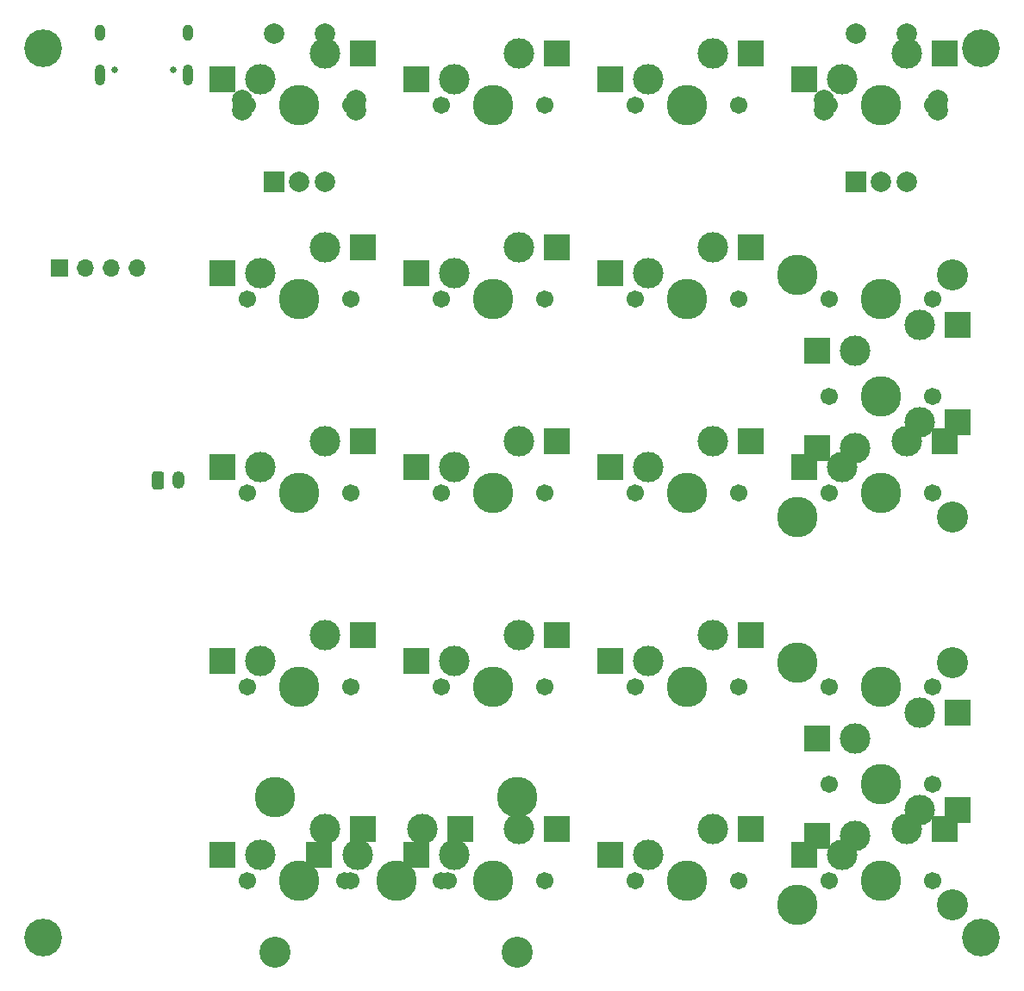
<source format=gbr>
%TF.GenerationSoftware,KiCad,Pcbnew,(5.1.9)-1*%
%TF.CreationDate,2021-08-24T14:53:50+02:00*%
%TF.ProjectId,unWired refernce,756e5769-7265-4642-9072-656665726e63,rev?*%
%TF.SameCoordinates,Original*%
%TF.FileFunction,Soldermask,Bot*%
%TF.FilePolarity,Negative*%
%FSLAX46Y46*%
G04 Gerber Fmt 4.6, Leading zero omitted, Abs format (unit mm)*
G04 Created by KiCad (PCBNEW (5.1.9)-1) date 2021-08-24 14:53:50*
%MOMM*%
%LPD*%
G01*
G04 APERTURE LIST*
%ADD10O,1.700000X1.700000*%
%ADD11R,1.700000X1.700000*%
%ADD12C,2.000000*%
%ADD13R,2.000000X2.000000*%
%ADD14O,1.200000X1.750000*%
%ADD15R,2.550000X2.500000*%
%ADD16C,1.701800*%
%ADD17C,3.987800*%
%ADD18C,3.000000*%
%ADD19C,3.048000*%
%ADD20C,3.700000*%
%ADD21O,1.000000X2.100000*%
%ADD22C,0.650000*%
%ADD23O,1.000000X1.600000*%
G04 APERTURE END LIST*
D10*
%TO.C,J3*%
X50540000Y-65250000D03*
X48000000Y-65250000D03*
X45460000Y-65250000D03*
D11*
X42920000Y-65250000D03*
%TD*%
D12*
%TO.C,ENC2*%
X129250000Y-49790000D03*
X129250000Y-48710000D03*
X118050000Y-48710000D03*
D13*
X121150000Y-56750000D03*
D12*
X123650000Y-56750000D03*
X126150000Y-56750000D03*
X121150000Y-42250000D03*
X126150000Y-42250000D03*
X118050000Y-49790000D03*
%TD*%
%TO.C,ENC1*%
X72100000Y-49790000D03*
X72100000Y-48710000D03*
X60900000Y-48710000D03*
D13*
X64000000Y-56750000D03*
D12*
X66500000Y-56750000D03*
X69000000Y-56750000D03*
X64000000Y-42250000D03*
X69000000Y-42250000D03*
X60900000Y-49790000D03*
%TD*%
D14*
%TO.C,J2*%
X54630000Y-86110000D03*
G36*
G01*
X52030000Y-86735001D02*
X52030000Y-85484999D01*
G75*
G02*
X52279999Y-85235000I249999J0D01*
G01*
X52980001Y-85235000D01*
G75*
G02*
X53230000Y-85484999I0J-249999D01*
G01*
X53230000Y-86735001D01*
G75*
G02*
X52980001Y-86985000I-249999J0D01*
G01*
X52279999Y-86985000D01*
G75*
G02*
X52030000Y-86735001I0J249999D01*
G01*
G37*
%TD*%
D15*
%TO.C,SW20*%
X116090000Y-122910000D03*
D16*
X118570000Y-125450000D03*
X128730000Y-125450000D03*
D17*
X123650000Y-125450000D03*
D18*
X119840000Y-122910000D03*
X126190000Y-120370000D03*
D15*
X129940000Y-120370000D03*
%TD*%
%TO.C,SW19*%
X97040000Y-122910000D03*
D16*
X99520000Y-125450000D03*
X109680000Y-125450000D03*
D17*
X104600000Y-125450000D03*
D18*
X100790000Y-122910000D03*
X107140000Y-120370000D03*
D15*
X110890000Y-120370000D03*
%TD*%
%TO.C,SW18*%
X77990000Y-122910000D03*
D16*
X80470000Y-125450000D03*
X90630000Y-125450000D03*
D17*
X85550000Y-125450000D03*
D18*
X81740000Y-122910000D03*
X88090000Y-120370000D03*
D15*
X91840000Y-120370000D03*
%TD*%
%TO.C,SW17*%
X58940000Y-122910000D03*
D16*
X61420000Y-125450000D03*
X71580000Y-125450000D03*
D17*
X66500000Y-125450000D03*
D18*
X62690000Y-122910000D03*
X69040000Y-120370000D03*
D15*
X72790000Y-120370000D03*
%TD*%
%TO.C,SW23*%
X68465000Y-122910000D03*
D16*
X70945000Y-125450000D03*
X81105000Y-125450000D03*
D17*
X76025000Y-125450000D03*
D18*
X72215000Y-122910000D03*
X78565000Y-120370000D03*
D15*
X82315000Y-120370000D03*
%TD*%
%TO.C,SW22*%
X131210000Y-118465000D03*
D16*
X128730000Y-115925000D03*
X118570000Y-115925000D03*
D17*
X123650000Y-115925000D03*
D18*
X127460000Y-118465000D03*
X121110000Y-121005000D03*
D15*
X117360000Y-121005000D03*
%TD*%
%TO.C,SW16*%
X117360000Y-111480000D03*
D18*
X121110000Y-111480000D03*
X127460000Y-108940000D03*
D17*
X123650000Y-106400000D03*
D16*
X118570000Y-106400000D03*
X128730000Y-106400000D03*
D15*
X131210000Y-108940000D03*
%TD*%
%TO.C,SW15*%
X97040000Y-103860000D03*
D16*
X99520000Y-106400000D03*
X109680000Y-106400000D03*
D17*
X104600000Y-106400000D03*
D18*
X100790000Y-103860000D03*
X107140000Y-101320000D03*
D15*
X110890000Y-101320000D03*
%TD*%
%TO.C,SW14*%
X77990000Y-103860000D03*
D16*
X80470000Y-106400000D03*
X90630000Y-106400000D03*
D17*
X85550000Y-106400000D03*
D18*
X81740000Y-103860000D03*
X88090000Y-101320000D03*
D15*
X91840000Y-101320000D03*
%TD*%
%TO.C,SW13*%
X58940000Y-103860000D03*
D16*
X61420000Y-106400000D03*
X71580000Y-106400000D03*
D17*
X66500000Y-106400000D03*
D18*
X62690000Y-103860000D03*
X69040000Y-101320000D03*
D15*
X72790000Y-101320000D03*
%TD*%
%TO.C,SW21*%
X131210000Y-80365000D03*
D16*
X128730000Y-77825000D03*
X118570000Y-77825000D03*
D17*
X123650000Y-77825000D03*
D18*
X127460000Y-80365000D03*
X121110000Y-82905000D03*
D15*
X117360000Y-82905000D03*
%TD*%
%TO.C,SW12*%
X116090000Y-84810000D03*
D16*
X118570000Y-87350000D03*
X128730000Y-87350000D03*
D17*
X123650000Y-87350000D03*
D18*
X119840000Y-84810000D03*
X126190000Y-82270000D03*
D15*
X129940000Y-82270000D03*
%TD*%
%TO.C,SW11*%
X97040000Y-84810000D03*
D16*
X99520000Y-87350000D03*
X109680000Y-87350000D03*
D17*
X104600000Y-87350000D03*
D18*
X100790000Y-84810000D03*
X107140000Y-82270000D03*
D15*
X110890000Y-82270000D03*
%TD*%
%TO.C,SW10*%
X77990000Y-84810000D03*
D16*
X80470000Y-87350000D03*
X90630000Y-87350000D03*
D17*
X85550000Y-87350000D03*
D18*
X81740000Y-84810000D03*
X88090000Y-82270000D03*
D15*
X91840000Y-82270000D03*
%TD*%
%TO.C,SW9*%
X58940000Y-84810000D03*
D16*
X61420000Y-87350000D03*
X71580000Y-87350000D03*
D17*
X66500000Y-87350000D03*
D18*
X62690000Y-84810000D03*
X69040000Y-82270000D03*
D15*
X72790000Y-82270000D03*
%TD*%
%TO.C,SW8*%
X131210000Y-70840000D03*
D16*
X128730000Y-68300000D03*
X118570000Y-68300000D03*
D17*
X123650000Y-68300000D03*
D18*
X127460000Y-70840000D03*
X121110000Y-73380000D03*
D15*
X117360000Y-73380000D03*
%TD*%
%TO.C,SW7*%
X97040000Y-65760000D03*
D16*
X99520000Y-68300000D03*
X109680000Y-68300000D03*
D17*
X104600000Y-68300000D03*
D18*
X100790000Y-65760000D03*
X107140000Y-63220000D03*
D15*
X110890000Y-63220000D03*
%TD*%
%TO.C,SW6*%
X77990000Y-65760000D03*
D16*
X80470000Y-68300000D03*
X90630000Y-68300000D03*
D17*
X85550000Y-68300000D03*
D18*
X81740000Y-65760000D03*
X88090000Y-63220000D03*
D15*
X91840000Y-63220000D03*
%TD*%
%TO.C,SW5*%
X58940000Y-65760000D03*
D16*
X61420000Y-68300000D03*
X71580000Y-68300000D03*
D17*
X66500000Y-68300000D03*
D18*
X62690000Y-65760000D03*
X69040000Y-63220000D03*
D15*
X72790000Y-63220000D03*
%TD*%
%TO.C,SW4*%
X116090000Y-46710000D03*
D16*
X118570000Y-49250000D03*
X128730000Y-49250000D03*
D17*
X123650000Y-49250000D03*
D18*
X119840000Y-46710000D03*
X126190000Y-44170000D03*
D15*
X129940000Y-44170000D03*
%TD*%
%TO.C,SW3*%
X97040000Y-46710000D03*
D16*
X99520000Y-49250000D03*
X109680000Y-49250000D03*
D17*
X104600000Y-49250000D03*
D18*
X100790000Y-46710000D03*
X107140000Y-44170000D03*
D15*
X110890000Y-44170000D03*
%TD*%
%TO.C,SW2*%
X77990000Y-46710000D03*
D16*
X80470000Y-49250000D03*
X90630000Y-49250000D03*
D17*
X85550000Y-49250000D03*
D18*
X81740000Y-46710000D03*
X88090000Y-44170000D03*
D15*
X91840000Y-44170000D03*
%TD*%
%TO.C,SW1*%
X58940000Y-46710000D03*
D16*
X61420000Y-49250000D03*
X71580000Y-49250000D03*
D17*
X66500000Y-49250000D03*
D18*
X62690000Y-46710000D03*
X69040000Y-44170000D03*
D15*
X72790000Y-44170000D03*
%TD*%
D19*
%TO.C,ST3*%
X87925000Y-132435000D03*
X64125000Y-132435000D03*
D17*
X87925000Y-117195000D03*
X64125000Y-117195000D03*
%TD*%
D19*
%TO.C,ST2*%
X130635000Y-104025000D03*
X130635000Y-127825000D03*
D17*
X115395000Y-104025000D03*
X115395000Y-127825000D03*
%TD*%
D19*
%TO.C,ST1*%
X130635000Y-65925000D03*
X130635000Y-89725000D03*
D17*
X115395000Y-65925000D03*
X115395000Y-89725000D03*
%TD*%
D20*
%TO.C,H4*%
X133450000Y-131030000D03*
%TD*%
%TO.C,H3*%
X41350000Y-131030000D03*
%TD*%
%TO.C,H2*%
X133450000Y-43670000D03*
%TD*%
%TO.C,H1*%
X41350000Y-43670000D03*
%TD*%
D21*
%TO.C,J1*%
X46910000Y-46300000D03*
X55550000Y-46300000D03*
D22*
X54120000Y-45770000D03*
D23*
X55550000Y-42120000D03*
D22*
X48340000Y-45770000D03*
D23*
X46910000Y-42120000D03*
%TD*%
M02*

</source>
